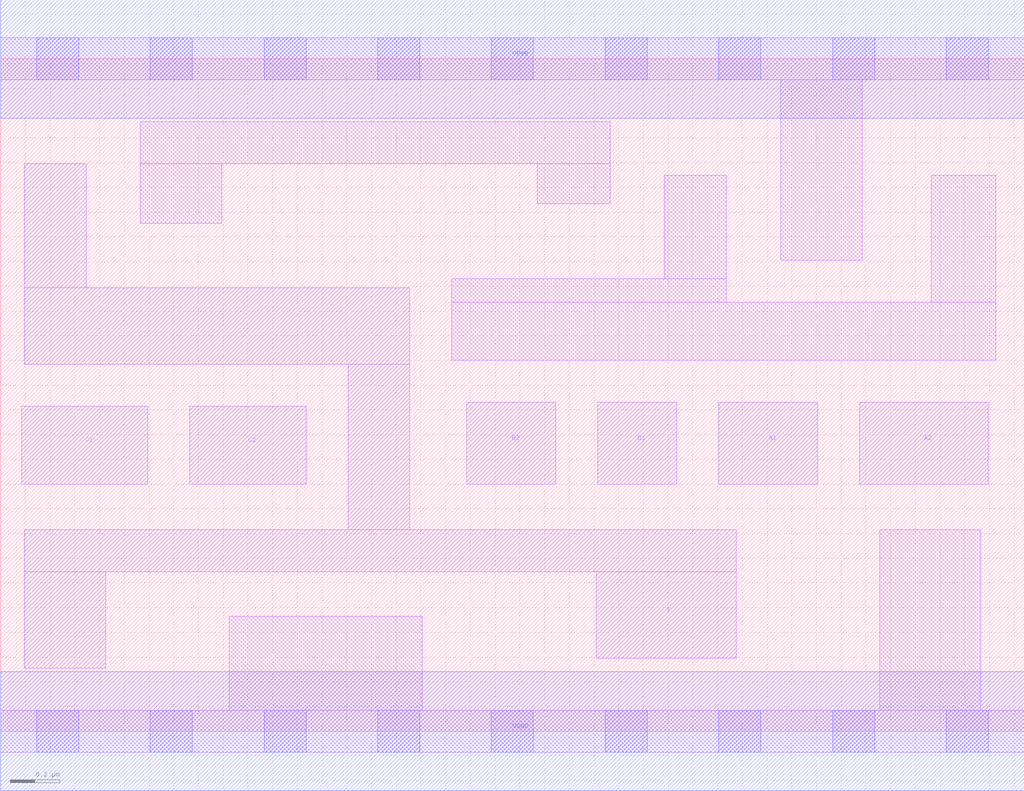
<source format=lef>
# Copyright 2020 The SkyWater PDK Authors
#
# Licensed under the Apache License, Version 2.0 (the "License");
# you may not use this file except in compliance with the License.
# You may obtain a copy of the License at
#
#     https://www.apache.org/licenses/LICENSE-2.0
#
# Unless required by applicable law or agreed to in writing, software
# distributed under the License is distributed on an "AS IS" BASIS,
# WITHOUT WARRANTIES OR CONDITIONS OF ANY KIND, either express or implied.
# See the License for the specific language governing permissions and
# limitations under the License.
#
# SPDX-License-Identifier: Apache-2.0

VERSION 5.7 ;
BUSBITCHARS "[]" ;
DIVIDERCHAR "/" ;
PROPERTYDEFINITIONS
  MACRO maskLayoutSubType STRING ;
  MACRO prCellType STRING ;
  MACRO originalViewName STRING ;
END PROPERTYDEFINITIONS
MACRO sky130_fd_sc_hdll__a222oi_1
  ORIGIN  0.000000  0.000000 ;
  CLASS CORE ;
  SYMMETRY X Y R90 ;
  SIZE  4.140000 BY  2.720000 ;
  SITE unithd ;
  PIN A1
    ANTENNAGATEAREA  0.276000 ;
    DIRECTION INPUT ;
    USE SIGNAL ;
    PORT
      LAYER li1 ;
        RECT 2.905000 1.000000 3.305000 1.330000 ;
    END
  END A1
  PIN A2
    ANTENNAGATEAREA  0.276000 ;
    DIRECTION INPUT ;
    USE SIGNAL ;
    PORT
      LAYER li1 ;
        RECT 3.475000 1.000000 3.995000 1.330000 ;
    END
  END A2
  PIN B1
    ANTENNAGATEAREA  0.276000 ;
    DIRECTION INPUT ;
    USE SIGNAL ;
    PORT
      LAYER li1 ;
        RECT 2.415000 1.000000 2.735000 1.330000 ;
    END
  END B1
  PIN B2
    ANTENNAGATEAREA  0.276000 ;
    DIRECTION INPUT ;
    USE SIGNAL ;
    PORT
      LAYER li1 ;
        RECT 1.885000 1.000000 2.245000 1.330000 ;
    END
  END B2
  PIN C1
    ANTENNAGATEAREA  0.276000 ;
    DIRECTION INPUT ;
    USE SIGNAL ;
    PORT
      LAYER li1 ;
        RECT 0.085000 1.000000 0.595000 1.315000 ;
    END
  END C1
  PIN C2
    ANTENNAGATEAREA  0.276000 ;
    DIRECTION INPUT ;
    USE SIGNAL ;
    PORT
      LAYER li1 ;
        RECT 0.765000 1.000000 1.235000 1.315000 ;
    END
  END C2
  PIN Y
    ANTENNADIFFAREA  0.981600 ;
    DIRECTION OUTPUT ;
    USE SIGNAL ;
    PORT
      LAYER li1 ;
        RECT 0.095000 0.255000 0.425000 0.645000 ;
        RECT 0.095000 0.645000 2.975000 0.815000 ;
        RECT 0.095000 1.485000 1.655000 1.795000 ;
        RECT 0.095000 1.795000 0.345000 2.295000 ;
        RECT 1.405000 0.815000 1.655000 1.485000 ;
        RECT 2.410000 0.295000 2.975000 0.645000 ;
    END
  END Y
  PIN VGND
    DIRECTION INOUT ;
    USE GROUND ;
    PORT
      LAYER met1 ;
        RECT 0.000000 -0.240000 4.140000 0.240000 ;
    END
  END VGND
  PIN VNB
    DIRECTION INOUT ;
    USE GROUND ;
    PORT
    END
  END VNB
  PIN VPB
    DIRECTION INOUT ;
    USE POWER ;
    PORT
    END
  END VPB
  PIN VPWR
    DIRECTION INOUT ;
    USE POWER ;
    PORT
      LAYER met1 ;
        RECT 0.000000 2.480000 4.140000 2.960000 ;
    END
  END VPWR
  OBS
    LAYER li1 ;
      RECT 0.000000 -0.085000 4.140000 0.085000 ;
      RECT 0.000000  2.635000 4.140000 2.805000 ;
      RECT 0.565000  2.055000 0.895000 2.295000 ;
      RECT 0.565000  2.295000 2.465000 2.465000 ;
      RECT 0.925000  0.085000 1.705000 0.465000 ;
      RECT 1.825000  1.500000 4.025000 1.735000 ;
      RECT 1.825000  1.735000 2.935000 1.830000 ;
      RECT 2.170000  2.135000 2.465000 2.295000 ;
      RECT 2.685000  1.830000 2.935000 2.250000 ;
      RECT 3.155000  1.905000 3.485000 2.635000 ;
      RECT 3.555000  0.085000 3.965000 0.815000 ;
      RECT 3.765000  1.735000 4.025000 2.250000 ;
    LAYER mcon ;
      RECT 0.145000 -0.085000 0.315000 0.085000 ;
      RECT 0.145000  2.635000 0.315000 2.805000 ;
      RECT 0.605000 -0.085000 0.775000 0.085000 ;
      RECT 0.605000  2.635000 0.775000 2.805000 ;
      RECT 1.065000 -0.085000 1.235000 0.085000 ;
      RECT 1.065000  2.635000 1.235000 2.805000 ;
      RECT 1.525000 -0.085000 1.695000 0.085000 ;
      RECT 1.525000  2.635000 1.695000 2.805000 ;
      RECT 1.985000 -0.085000 2.155000 0.085000 ;
      RECT 1.985000  2.635000 2.155000 2.805000 ;
      RECT 2.445000 -0.085000 2.615000 0.085000 ;
      RECT 2.445000  2.635000 2.615000 2.805000 ;
      RECT 2.905000 -0.085000 3.075000 0.085000 ;
      RECT 2.905000  2.635000 3.075000 2.805000 ;
      RECT 3.365000 -0.085000 3.535000 0.085000 ;
      RECT 3.365000  2.635000 3.535000 2.805000 ;
      RECT 3.825000 -0.085000 3.995000 0.085000 ;
      RECT 3.825000  2.635000 3.995000 2.805000 ;
  END
  PROPERTY maskLayoutSubType "abstract" ;
  PROPERTY prCellType "standard" ;
  PROPERTY originalViewName "layout" ;
END sky130_fd_sc_hdll__a222oi_1
END LIBRARY

</source>
